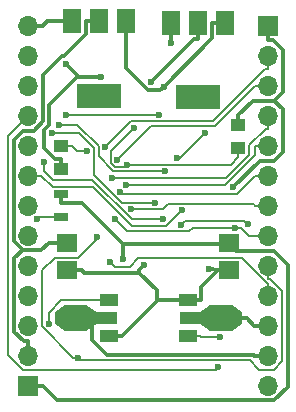
<source format=gbr>
G04 #@! TF.FileFunction,Copper,L2,Bot,Signal*
%FSLAX46Y46*%
G04 Gerber Fmt 4.6, Leading zero omitted, Abs format (unit mm)*
G04 Created by KiCad (PCBNEW 4.0.7) date Mon Feb  5 11:14:21 2018*
%MOMM*%
%LPD*%
G01*
G04 APERTURE LIST*
%ADD10C,0.100000*%
%ADD11R,1.800000X1.550000*%
%ADD12R,1.250000X1.000000*%
%ADD13R,1.700000X1.700000*%
%ADD14O,1.700000X1.700000*%
%ADD15R,1.500000X1.000000*%
%ADD16R,1.800000X1.000000*%
%ADD17R,1.840000X2.200000*%
%ADD18R,1.300000X0.700000*%
%ADD19R,3.800000X2.000000*%
%ADD20R,1.500000X2.000000*%
%ADD21C,0.600000*%
%ADD22C,0.300000*%
%ADD23C,0.200000*%
G04 APERTURE END LIST*
D10*
D11*
X91186000Y-92297000D03*
X91186000Y-94647000D03*
X104902000Y-92297000D03*
X104902000Y-94647000D03*
D12*
X105664000Y-82312000D03*
X105664000Y-84312000D03*
X90678000Y-86090000D03*
X90678000Y-84090000D03*
D13*
X108204000Y-73914000D03*
D14*
X108204000Y-76454000D03*
X108204000Y-78994000D03*
X108204000Y-81534000D03*
X108204000Y-84074000D03*
X108204000Y-86614000D03*
X108204000Y-89154000D03*
X108204000Y-91694000D03*
X108204000Y-94234000D03*
X108204000Y-96774000D03*
X108204000Y-99314000D03*
X108204000Y-101854000D03*
X108204000Y-104394000D03*
D13*
X87884000Y-104394000D03*
D14*
X87884000Y-101854000D03*
X87884000Y-99314000D03*
X87884000Y-96774000D03*
X87884000Y-94234000D03*
X87884000Y-91694000D03*
X87884000Y-89154000D03*
X87884000Y-86614000D03*
X87884000Y-84074000D03*
X87884000Y-81534000D03*
X87884000Y-78994000D03*
X87884000Y-76454000D03*
X87884000Y-73914000D03*
D10*
G36*
X90126000Y-98179000D02*
X90976000Y-97579000D01*
X90976000Y-99779000D01*
X90126000Y-99179000D01*
X90126000Y-98179000D01*
X90126000Y-98179000D01*
G37*
D15*
X94698000Y-97179000D03*
D16*
X94551500Y-98679000D03*
D15*
X94698000Y-100179000D03*
D17*
X91884500Y-98679000D03*
D10*
G36*
X93794200Y-99079000D02*
X92794200Y-99779000D01*
X92794200Y-97579000D01*
X93794200Y-98279000D01*
X93794200Y-99079000D01*
X93794200Y-99079000D01*
G37*
G36*
X105962000Y-99179000D02*
X105112000Y-99779000D01*
X105112000Y-97579000D01*
X105962000Y-98179000D01*
X105962000Y-99179000D01*
X105962000Y-99179000D01*
G37*
D15*
X101390000Y-100179000D03*
D16*
X101536500Y-98679000D03*
D15*
X101390000Y-97179000D03*
D17*
X104203500Y-98679000D03*
D10*
G36*
X102293800Y-98279000D02*
X103293800Y-97579000D01*
X103293800Y-99779000D01*
X102293800Y-99079000D01*
X102293800Y-98279000D01*
X102293800Y-98279000D01*
G37*
D18*
X90678000Y-90104000D03*
X90678000Y-88204000D03*
D19*
X93853000Y-79858000D03*
D20*
X93853000Y-73558000D03*
X96153000Y-73558000D03*
X91553000Y-73558000D03*
D19*
X102235000Y-79985000D03*
D20*
X102235000Y-73685000D03*
X104535000Y-73685000D03*
X99935000Y-73685000D03*
D21*
X99323500Y-79075000D03*
X97655000Y-94200300D03*
X94017400Y-78300000D03*
X105227300Y-87580100D03*
X103134400Y-94525000D03*
X91034100Y-77193800D03*
X99935000Y-75371400D03*
X98288200Y-78677100D03*
X95917000Y-93702300D03*
X96241800Y-85693700D03*
X96822300Y-82551600D03*
X92876300Y-84508900D03*
X94369300Y-84182300D03*
X95413300Y-85259500D03*
X94918700Y-86845100D03*
X96146400Y-87407200D03*
X95645600Y-87970800D03*
X96532500Y-89463000D03*
X105347300Y-91015200D03*
X95197200Y-90328300D03*
X92070100Y-102018400D03*
X93667000Y-91819500D03*
X94791600Y-93931800D03*
X102859000Y-82993000D03*
X100429300Y-85144500D03*
X88635100Y-90254400D03*
X99467700Y-86266400D03*
X90474800Y-82327400D03*
X100899400Y-89565000D03*
X98629900Y-88896300D03*
X89866600Y-83000600D03*
X100836400Y-90779000D03*
X106448000Y-90748500D03*
X103960300Y-102826000D03*
X99273100Y-90325200D03*
X89178100Y-85486800D03*
X89590400Y-99157500D03*
X104140000Y-100284900D03*
X98902100Y-81455900D03*
X91050100Y-81521800D03*
D22*
X104535000Y-73685000D02*
X103434700Y-73685000D01*
X99053100Y-79345400D02*
X99323500Y-79075000D01*
X98011600Y-79345400D02*
X99053100Y-79345400D01*
X96153000Y-77486800D02*
X98011600Y-79345400D01*
X96153000Y-74908300D02*
X96153000Y-77486800D01*
X96153000Y-73558000D02*
X96153000Y-74908300D01*
X103434700Y-74963800D02*
X103434700Y-73685000D01*
X99323500Y-79075000D02*
X103434700Y-74963800D01*
X89440300Y-73558000D02*
X89084300Y-73914000D01*
X91553000Y-73558000D02*
X89440300Y-73558000D01*
X87884000Y-73914000D02*
X89084300Y-73914000D01*
X91186000Y-94647000D02*
X92436300Y-94647000D01*
X94698000Y-100179000D02*
X95798300Y-100179000D01*
X90678000Y-86090000D02*
X90678000Y-85239700D01*
X92615000Y-94825700D02*
X97267200Y-94825700D01*
X92436300Y-94647000D02*
X92615000Y-94825700D01*
X108204000Y-73914000D02*
X108204000Y-75114300D01*
X105664000Y-82312000D02*
X105664000Y-81461700D01*
X109404400Y-80965500D02*
X108702900Y-80264000D01*
X109404400Y-84616200D02*
X109404400Y-80965500D01*
X108676600Y-85344000D02*
X109404400Y-84616200D01*
X107463400Y-85344000D02*
X108676600Y-85344000D01*
X105227300Y-87580100D02*
X107463400Y-85344000D01*
X109421000Y-79545900D02*
X108702900Y-80264000D01*
X109421000Y-75956200D02*
X109421000Y-79545900D01*
X108579100Y-75114300D02*
X109421000Y-75956200D01*
X108204000Y-75114300D02*
X108579100Y-75114300D01*
X106861700Y-80264000D02*
X105664000Y-81461700D01*
X108702900Y-80264000D02*
X106861700Y-80264000D01*
X97267200Y-94588100D02*
X97655000Y-94200300D01*
X97267200Y-94825700D02*
X97267200Y-94588100D01*
X101390000Y-97179000D02*
X100289700Y-97179000D01*
X98760000Y-97179000D02*
X100289700Y-97179000D01*
X98760000Y-97217300D02*
X98760000Y-97179000D01*
X95798300Y-100179000D02*
X98760000Y-97217300D01*
X98760000Y-96318500D02*
X97267200Y-94825700D01*
X98760000Y-97179000D02*
X98760000Y-96318500D01*
X104276900Y-94647000D02*
X103922000Y-94647000D01*
X103922000Y-94647000D02*
X103651700Y-94647000D01*
X104902000Y-94647000D02*
X104276900Y-94647000D01*
X102490300Y-96078700D02*
X102490300Y-97179000D01*
X103922000Y-94647000D02*
X102490300Y-96078700D01*
X101390000Y-97179000D02*
X102490300Y-97179000D01*
X91970200Y-78129900D02*
X91034100Y-77193800D01*
X91970200Y-78300000D02*
X91970200Y-78129900D01*
X94017400Y-78300000D02*
X91970200Y-78300000D01*
X90146600Y-85239700D02*
X90678000Y-85239700D01*
X89216300Y-84309400D02*
X90146600Y-85239700D01*
X89216300Y-82731300D02*
X89216300Y-84309400D01*
X89631700Y-82315900D02*
X89216300Y-82731300D01*
X89631700Y-80638500D02*
X89631700Y-82315900D01*
X91970200Y-78300000D02*
X89631700Y-80638500D01*
X99935000Y-73685000D02*
X99935000Y-75371400D01*
X103529700Y-94525000D02*
X103134400Y-94525000D01*
X103651700Y-94647000D02*
X103529700Y-94525000D01*
X93853000Y-73558000D02*
X92752700Y-73558000D01*
X91186000Y-92297000D02*
X89935700Y-92297000D01*
X87884000Y-101854000D02*
X87884000Y-100653700D01*
X86683600Y-93597400D02*
X87380900Y-92900100D01*
X86683600Y-99828400D02*
X86683600Y-93597400D01*
X87508900Y-100653700D02*
X86683600Y-99828400D01*
X87884000Y-100653700D02*
X87508900Y-100653700D01*
X88982800Y-92900100D02*
X87380900Y-92900100D01*
X89585900Y-92297000D02*
X88982800Y-92900100D01*
X89935700Y-92297000D02*
X89585900Y-92297000D01*
X86622300Y-92141500D02*
X87380900Y-92900100D01*
X86622300Y-83565300D02*
X86622300Y-92141500D01*
X87383600Y-82804000D02*
X86622300Y-83565300D01*
X88311700Y-82804000D02*
X87383600Y-82804000D01*
X89122900Y-81992800D02*
X88311700Y-82804000D01*
X89122900Y-78100900D02*
X89122900Y-81992800D01*
X90728100Y-76495700D02*
X89122900Y-78100900D01*
X90915100Y-76495700D02*
X90728100Y-76495700D01*
X92752700Y-74658100D02*
X90915100Y-76495700D01*
X92752700Y-73558000D02*
X92752700Y-74658100D01*
X104902000Y-92297000D02*
X104902000Y-92437600D01*
X90678000Y-88204000D02*
X90678000Y-88904300D01*
X87884000Y-104394000D02*
X89084300Y-104394000D01*
X105452700Y-92988300D02*
X104902000Y-92437600D01*
X108659900Y-92988300D02*
X105452700Y-92988300D01*
X109817000Y-94145400D02*
X108659900Y-92988300D01*
X109817000Y-104512300D02*
X109817000Y-94145400D01*
X108679900Y-105649400D02*
X109817000Y-104512300D01*
X90339700Y-105649400D02*
X108679900Y-105649400D01*
X89084300Y-104394000D02*
X90339700Y-105649400D01*
X102235000Y-73685000D02*
X102235000Y-75035300D01*
X101930000Y-75035300D02*
X102235000Y-75035300D01*
X98288200Y-78677100D02*
X101930000Y-75035300D01*
X95917000Y-92437600D02*
X95917000Y-93702300D01*
X104902000Y-92437600D02*
X95917000Y-92437600D01*
X92383700Y-88904300D02*
X90678000Y-88904300D01*
X95917000Y-92437600D02*
X92383700Y-88904300D01*
D23*
X105664000Y-84312000D02*
X105664000Y-85062300D01*
X94863000Y-84510900D02*
X96822300Y-82551600D01*
X94863000Y-85522800D02*
X94863000Y-84510900D01*
X95221200Y-85881000D02*
X94863000Y-85522800D01*
X96054500Y-85881000D02*
X95221200Y-85881000D01*
X96241800Y-85693700D02*
X96054500Y-85881000D01*
X99735000Y-85693700D02*
X96241800Y-85693700D01*
X99762000Y-85720700D02*
X99735000Y-85693700D01*
X105005600Y-85720700D02*
X99762000Y-85720700D01*
X105664000Y-85062300D02*
X105005600Y-85720700D01*
X90678000Y-84090000D02*
X91553300Y-84090000D01*
X91972200Y-84508900D02*
X92876300Y-84508900D01*
X91553300Y-84090000D02*
X91972200Y-84508900D01*
X108204000Y-76454000D02*
X108204000Y-77554300D01*
X107919700Y-77554300D02*
X108204000Y-77554300D01*
X103467800Y-82006200D02*
X107919700Y-77554300D01*
X98674200Y-82006200D02*
X103467800Y-82006200D01*
X98658400Y-81990400D02*
X98674200Y-82006200D01*
X96561200Y-81990400D02*
X98658400Y-81990400D01*
X94369300Y-84182300D02*
X96561200Y-81990400D01*
X103655100Y-82442600D02*
X107103700Y-78994000D01*
X98230200Y-82442600D02*
X103655100Y-82442600D01*
X95413300Y-85259500D02*
X98230200Y-82442600D01*
X108204000Y-78994000D02*
X107103700Y-78994000D01*
X108204000Y-81534000D02*
X108204000Y-82634300D01*
X104609900Y-86845100D02*
X94918700Y-86845100D01*
X106589400Y-84865600D02*
X104609900Y-86845100D01*
X106589400Y-84020900D02*
X106589400Y-84865600D01*
X107976000Y-82634300D02*
X106589400Y-84020900D01*
X108204000Y-82634300D02*
X107976000Y-82634300D01*
X108204000Y-84074000D02*
X107103700Y-84074000D01*
X104548600Y-87407200D02*
X96146400Y-87407200D01*
X107103700Y-84852100D02*
X104548600Y-87407200D01*
X107103700Y-84074000D02*
X107103700Y-84852100D01*
X108204000Y-86614000D02*
X107103700Y-86614000D01*
X105537300Y-88180400D02*
X107103700Y-86614000D01*
X95855200Y-88180400D02*
X105537300Y-88180400D01*
X95645600Y-87970800D02*
X95855200Y-88180400D01*
X108204000Y-89154000D02*
X107103700Y-89154000D01*
X99272800Y-89463000D02*
X96532500Y-89463000D01*
X99732000Y-89003800D02*
X99272800Y-89463000D01*
X106953500Y-89003800D02*
X99732000Y-89003800D01*
X107103700Y-89154000D02*
X106953500Y-89003800D01*
X108204000Y-91694000D02*
X107103700Y-91694000D01*
X105897700Y-91015200D02*
X105347300Y-91015200D01*
X106576500Y-91694000D02*
X105897700Y-91015200D01*
X107103700Y-91694000D02*
X106576500Y-91694000D01*
X96212700Y-91343800D02*
X95197200Y-90328300D01*
X101499800Y-91343800D02*
X96212700Y-91343800D01*
X101828400Y-91015200D02*
X101499800Y-91343800D01*
X105347300Y-91015200D02*
X101828400Y-91015200D01*
X108204000Y-94234000D02*
X108204000Y-95334300D01*
X92315700Y-102264000D02*
X92070100Y-102018400D01*
X106604300Y-102264000D02*
X92315700Y-102264000D01*
X107399300Y-103059000D02*
X106604300Y-102264000D01*
X108653400Y-103059000D02*
X107399300Y-103059000D01*
X109364700Y-102347700D02*
X108653400Y-103059000D01*
X109364700Y-96357500D02*
X109364700Y-102347700D01*
X108341500Y-95334300D02*
X109364700Y-96357500D01*
X108204000Y-95334300D02*
X108341500Y-95334300D01*
X91673100Y-102018400D02*
X92070100Y-102018400D01*
X89040100Y-99385400D02*
X91673100Y-102018400D01*
X89040100Y-94631000D02*
X89040100Y-99385400D01*
X90099500Y-93571600D02*
X89040100Y-94631000D01*
X92103000Y-93571600D02*
X90099500Y-93571600D01*
X93667000Y-92007600D02*
X92103000Y-93571600D01*
X93667000Y-91819500D02*
X93667000Y-92007600D01*
X108204000Y-95829800D02*
X108204000Y-96774000D01*
X105945800Y-93571600D02*
X108204000Y-95829800D01*
X97190400Y-93571600D02*
X105945800Y-93571600D01*
X96440000Y-94322000D02*
X97190400Y-93571600D01*
X95181800Y-94322000D02*
X96440000Y-94322000D01*
X94791600Y-93931800D02*
X95181800Y-94322000D01*
D22*
X101536500Y-98679000D02*
X102793800Y-98679000D01*
X102793800Y-98679000D02*
X104203500Y-98679000D01*
X104203500Y-98679000D02*
X105537000Y-98679000D01*
X106368700Y-98679000D02*
X107003700Y-99314000D01*
X105537000Y-98679000D02*
X106368700Y-98679000D01*
X108204000Y-99314000D02*
X107003700Y-99314000D01*
X91884500Y-98679000D02*
X90551000Y-98679000D01*
X91884500Y-98679000D02*
X93154800Y-98679000D01*
X93294200Y-98679000D02*
X93154800Y-98679000D01*
X108204000Y-101854000D02*
X107003700Y-101854000D01*
X94551500Y-98679000D02*
X93301200Y-98679000D01*
X93294200Y-100559100D02*
X93294200Y-98679000D01*
X94548800Y-101813700D02*
X93294200Y-100559100D01*
X106963400Y-101813700D02*
X94548800Y-101813700D01*
X107003700Y-101854000D02*
X106963400Y-101813700D01*
X93294200Y-98679000D02*
X93301200Y-98679000D01*
D23*
X100707500Y-85144500D02*
X100429300Y-85144500D01*
X102859000Y-82993000D02*
X100707500Y-85144500D01*
X90678000Y-90104000D02*
X89777700Y-90104000D01*
X88785500Y-90104000D02*
X88635100Y-90254400D01*
X89777700Y-90104000D02*
X88785500Y-90104000D01*
X92021500Y-82327400D02*
X90474800Y-82327400D01*
X93813800Y-84119700D02*
X92021500Y-82327400D01*
X93813800Y-84998700D02*
X93813800Y-84119700D01*
X95081500Y-86266400D02*
X93813800Y-84998700D01*
X99467700Y-86266400D02*
X95081500Y-86266400D01*
X87884000Y-86614000D02*
X88984300Y-86614000D01*
X89923900Y-87553600D02*
X88984300Y-86614000D01*
X93335600Y-87553600D02*
X89923900Y-87553600D01*
X96687600Y-90905600D02*
X93335600Y-87553600D01*
X99558800Y-90905600D02*
X96687600Y-90905600D01*
X100899400Y-89565000D02*
X99558800Y-90905600D01*
X92147100Y-83000600D02*
X89866600Y-83000600D01*
X93431100Y-84284600D02*
X92147100Y-83000600D01*
X93431100Y-86549600D02*
X93431100Y-84284600D01*
X95777800Y-88896300D02*
X93431100Y-86549600D01*
X98629900Y-88896300D02*
X95777800Y-88896300D01*
X103733500Y-103052800D02*
X103960300Y-102826000D01*
X87449000Y-103052800D02*
X103733500Y-103052800D01*
X86171900Y-101775700D02*
X87449000Y-103052800D01*
X86171900Y-83246100D02*
X86171900Y-101775700D01*
X87884000Y-81534000D02*
X86171900Y-83246100D01*
X101150600Y-90464800D02*
X100836400Y-90779000D01*
X106164300Y-90464800D02*
X101150600Y-90464800D01*
X106448000Y-90748500D02*
X106164300Y-90464800D01*
X89178100Y-86209100D02*
X89178100Y-85486800D01*
X89981500Y-87012500D02*
X89178100Y-86209100D01*
X93303800Y-87012500D02*
X89981500Y-87012500D01*
X96616500Y-90325200D02*
X93303800Y-87012500D01*
X99273100Y-90325200D02*
X96616500Y-90325200D01*
X90632900Y-97179000D02*
X94698000Y-97179000D01*
X89590400Y-98221500D02*
X90632900Y-97179000D01*
X89590400Y-99157500D02*
X89590400Y-98221500D01*
X101390000Y-100179000D02*
X102390300Y-100179000D01*
X102496200Y-100284900D02*
X104140000Y-100284900D01*
X102390300Y-100179000D02*
X102496200Y-100284900D01*
X91116000Y-81455900D02*
X91050100Y-81521800D01*
X98902100Y-81455900D02*
X91116000Y-81455900D01*
M02*

</source>
